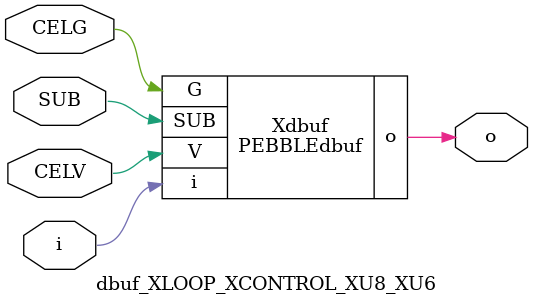
<source format=v>



module PEBBLEdbuf ( o, G, SUB, V, i );

  input V;
  input i;
  input G;
  output o;
  input SUB;
endmodule

//Celera Confidential Do Not Copy dbuf_XLOOP_XCONTROL_XU8_XU6
//Celera Confidential Symbol Generator
//Digital Buffer
module dbuf_XLOOP_XCONTROL_XU8_XU6 (CELV,CELG,i,o,SUB);
input CELV;
input CELG;
input i;
input SUB;
output o;

//Celera Confidential Do Not Copy dbuf
PEBBLEdbuf Xdbuf(
.V (CELV),
.i (i),
.o (o),
.SUB (SUB),
.G (CELG)
);
//,diesize,PEBBLEdbuf

//Celera Confidential Do Not Copy Module End
//Celera Schematic Generator
endmodule

</source>
